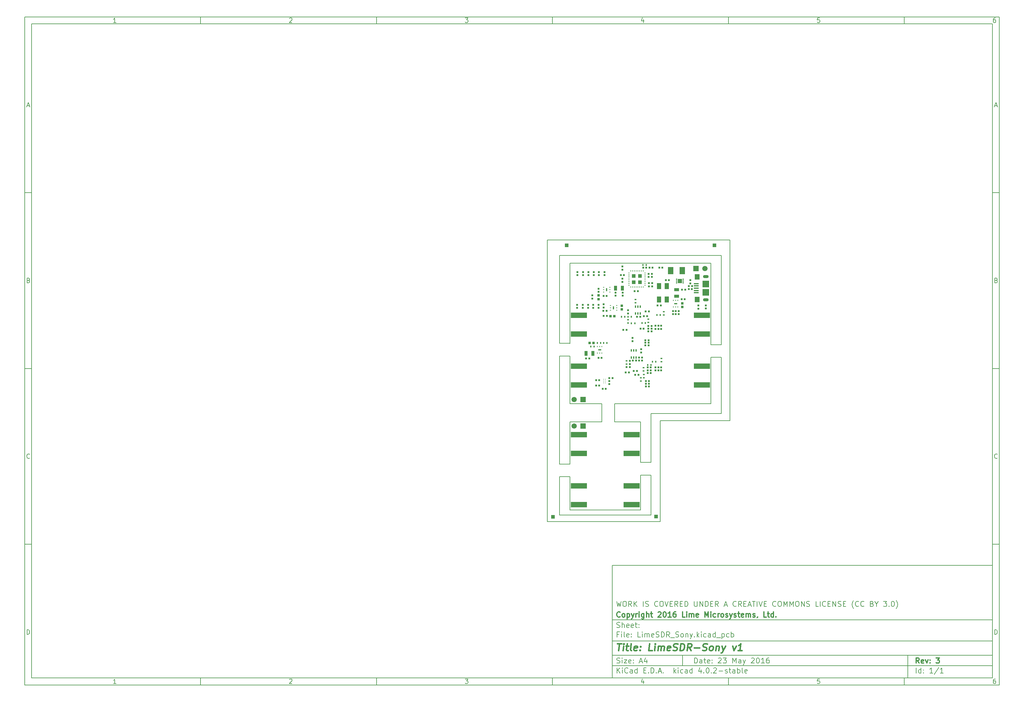
<source format=gbp>
G04 #@! TF.FileFunction,Paste,Bot*
%FSLAX46Y46*%
G04 Gerber Fmt 4.6, Leading zero omitted, Abs format (unit mm)*
G04 Created by KiCad (PCBNEW 4.0.2-stable) date 23/05/2016 22:28:53*
%MOMM*%
G01*
G04 APERTURE LIST*
%ADD10C,0.150000*%
%ADD11C,0.300000*%
%ADD12C,0.400000*%
%ADD13C,0.200000*%
%ADD14R,0.995680X0.995680*%
%ADD15R,4.696460X1.496060*%
%ADD16R,1.399540X0.899160*%
%ADD17R,0.495300X0.495300*%
%ADD18R,0.797560X0.698500*%
%ADD19R,0.698500X0.797560*%
%ADD20R,0.899160X1.399540*%
%ADD21R,0.444500X0.495300*%
%ADD22R,0.495300X0.444500*%
%ADD23R,1.516380X1.516380*%
%ADD24C,1.516380*%
%ADD25R,0.400000X0.800000*%
%ADD26C,0.250000*%
%ADD27R,1.524000X2.032000*%
%ADD28R,0.430000X0.360000*%
%ADD29R,1.150000X1.300000*%
%ADD30R,1.200000X1.800000*%
%ADD31R,0.400000X0.250000*%
%ADD32R,0.250000X0.400000*%
%ADD33R,1.000000X1.000000*%
%ADD34R,1.350000X0.400000*%
%ADD35R,1.400000X1.600000*%
%ADD36O,1.600000X0.900000*%
%ADD37R,1.900000X1.900000*%
%ADD38R,0.160000X0.300000*%
%ADD39R,0.900000X0.400000*%
%ADD40R,0.300000X0.160000*%
%ADD41R,0.400000X0.900000*%
G04 APERTURE END LIST*
D10*
X177002200Y-166007200D02*
X177002200Y-198007200D01*
X285002200Y-198007200D01*
X285002200Y-166007200D01*
X177002200Y-166007200D01*
X10000000Y-10000000D02*
X10000000Y-200007200D01*
X287002200Y-200007200D01*
X287002200Y-10000000D01*
X10000000Y-10000000D01*
X12000000Y-12000000D02*
X12000000Y-198007200D01*
X285002200Y-198007200D01*
X285002200Y-12000000D01*
X12000000Y-12000000D01*
X60000000Y-12000000D02*
X60000000Y-10000000D01*
X110000000Y-12000000D02*
X110000000Y-10000000D01*
X160000000Y-12000000D02*
X160000000Y-10000000D01*
X210000000Y-12000000D02*
X210000000Y-10000000D01*
X260000000Y-12000000D02*
X260000000Y-10000000D01*
X35990476Y-11588095D02*
X35247619Y-11588095D01*
X35619048Y-11588095D02*
X35619048Y-10288095D01*
X35495238Y-10473810D01*
X35371429Y-10597619D01*
X35247619Y-10659524D01*
X85247619Y-10411905D02*
X85309524Y-10350000D01*
X85433333Y-10288095D01*
X85742857Y-10288095D01*
X85866667Y-10350000D01*
X85928571Y-10411905D01*
X85990476Y-10535714D01*
X85990476Y-10659524D01*
X85928571Y-10845238D01*
X85185714Y-11588095D01*
X85990476Y-11588095D01*
X135185714Y-10288095D02*
X135990476Y-10288095D01*
X135557143Y-10783333D01*
X135742857Y-10783333D01*
X135866667Y-10845238D01*
X135928571Y-10907143D01*
X135990476Y-11030952D01*
X135990476Y-11340476D01*
X135928571Y-11464286D01*
X135866667Y-11526190D01*
X135742857Y-11588095D01*
X135371429Y-11588095D01*
X135247619Y-11526190D01*
X135185714Y-11464286D01*
X185866667Y-10721429D02*
X185866667Y-11588095D01*
X185557143Y-10226190D02*
X185247619Y-11154762D01*
X186052381Y-11154762D01*
X235928571Y-10288095D02*
X235309524Y-10288095D01*
X235247619Y-10907143D01*
X235309524Y-10845238D01*
X235433333Y-10783333D01*
X235742857Y-10783333D01*
X235866667Y-10845238D01*
X235928571Y-10907143D01*
X235990476Y-11030952D01*
X235990476Y-11340476D01*
X235928571Y-11464286D01*
X235866667Y-11526190D01*
X235742857Y-11588095D01*
X235433333Y-11588095D01*
X235309524Y-11526190D01*
X235247619Y-11464286D01*
X285866667Y-10288095D02*
X285619048Y-10288095D01*
X285495238Y-10350000D01*
X285433333Y-10411905D01*
X285309524Y-10597619D01*
X285247619Y-10845238D01*
X285247619Y-11340476D01*
X285309524Y-11464286D01*
X285371429Y-11526190D01*
X285495238Y-11588095D01*
X285742857Y-11588095D01*
X285866667Y-11526190D01*
X285928571Y-11464286D01*
X285990476Y-11340476D01*
X285990476Y-11030952D01*
X285928571Y-10907143D01*
X285866667Y-10845238D01*
X285742857Y-10783333D01*
X285495238Y-10783333D01*
X285371429Y-10845238D01*
X285309524Y-10907143D01*
X285247619Y-11030952D01*
X60000000Y-198007200D02*
X60000000Y-200007200D01*
X110000000Y-198007200D02*
X110000000Y-200007200D01*
X160000000Y-198007200D02*
X160000000Y-200007200D01*
X210000000Y-198007200D02*
X210000000Y-200007200D01*
X260000000Y-198007200D02*
X260000000Y-200007200D01*
X35990476Y-199595295D02*
X35247619Y-199595295D01*
X35619048Y-199595295D02*
X35619048Y-198295295D01*
X35495238Y-198481010D01*
X35371429Y-198604819D01*
X35247619Y-198666724D01*
X85247619Y-198419105D02*
X85309524Y-198357200D01*
X85433333Y-198295295D01*
X85742857Y-198295295D01*
X85866667Y-198357200D01*
X85928571Y-198419105D01*
X85990476Y-198542914D01*
X85990476Y-198666724D01*
X85928571Y-198852438D01*
X85185714Y-199595295D01*
X85990476Y-199595295D01*
X135185714Y-198295295D02*
X135990476Y-198295295D01*
X135557143Y-198790533D01*
X135742857Y-198790533D01*
X135866667Y-198852438D01*
X135928571Y-198914343D01*
X135990476Y-199038152D01*
X135990476Y-199347676D01*
X135928571Y-199471486D01*
X135866667Y-199533390D01*
X135742857Y-199595295D01*
X135371429Y-199595295D01*
X135247619Y-199533390D01*
X135185714Y-199471486D01*
X185866667Y-198728629D02*
X185866667Y-199595295D01*
X185557143Y-198233390D02*
X185247619Y-199161962D01*
X186052381Y-199161962D01*
X235928571Y-198295295D02*
X235309524Y-198295295D01*
X235247619Y-198914343D01*
X235309524Y-198852438D01*
X235433333Y-198790533D01*
X235742857Y-198790533D01*
X235866667Y-198852438D01*
X235928571Y-198914343D01*
X235990476Y-199038152D01*
X235990476Y-199347676D01*
X235928571Y-199471486D01*
X235866667Y-199533390D01*
X235742857Y-199595295D01*
X235433333Y-199595295D01*
X235309524Y-199533390D01*
X235247619Y-199471486D01*
X285866667Y-198295295D02*
X285619048Y-198295295D01*
X285495238Y-198357200D01*
X285433333Y-198419105D01*
X285309524Y-198604819D01*
X285247619Y-198852438D01*
X285247619Y-199347676D01*
X285309524Y-199471486D01*
X285371429Y-199533390D01*
X285495238Y-199595295D01*
X285742857Y-199595295D01*
X285866667Y-199533390D01*
X285928571Y-199471486D01*
X285990476Y-199347676D01*
X285990476Y-199038152D01*
X285928571Y-198914343D01*
X285866667Y-198852438D01*
X285742857Y-198790533D01*
X285495238Y-198790533D01*
X285371429Y-198852438D01*
X285309524Y-198914343D01*
X285247619Y-199038152D01*
X10000000Y-60000000D02*
X12000000Y-60000000D01*
X10000000Y-110000000D02*
X12000000Y-110000000D01*
X10000000Y-160000000D02*
X12000000Y-160000000D01*
X10690476Y-35216667D02*
X11309524Y-35216667D01*
X10566667Y-35588095D02*
X11000000Y-34288095D01*
X11433333Y-35588095D01*
X11092857Y-84907143D02*
X11278571Y-84969048D01*
X11340476Y-85030952D01*
X11402381Y-85154762D01*
X11402381Y-85340476D01*
X11340476Y-85464286D01*
X11278571Y-85526190D01*
X11154762Y-85588095D01*
X10659524Y-85588095D01*
X10659524Y-84288095D01*
X11092857Y-84288095D01*
X11216667Y-84350000D01*
X11278571Y-84411905D01*
X11340476Y-84535714D01*
X11340476Y-84659524D01*
X11278571Y-84783333D01*
X11216667Y-84845238D01*
X11092857Y-84907143D01*
X10659524Y-84907143D01*
X11402381Y-135464286D02*
X11340476Y-135526190D01*
X11154762Y-135588095D01*
X11030952Y-135588095D01*
X10845238Y-135526190D01*
X10721429Y-135402381D01*
X10659524Y-135278571D01*
X10597619Y-135030952D01*
X10597619Y-134845238D01*
X10659524Y-134597619D01*
X10721429Y-134473810D01*
X10845238Y-134350000D01*
X11030952Y-134288095D01*
X11154762Y-134288095D01*
X11340476Y-134350000D01*
X11402381Y-134411905D01*
X10659524Y-185588095D02*
X10659524Y-184288095D01*
X10969048Y-184288095D01*
X11154762Y-184350000D01*
X11278571Y-184473810D01*
X11340476Y-184597619D01*
X11402381Y-184845238D01*
X11402381Y-185030952D01*
X11340476Y-185278571D01*
X11278571Y-185402381D01*
X11154762Y-185526190D01*
X10969048Y-185588095D01*
X10659524Y-185588095D01*
X287002200Y-60000000D02*
X285002200Y-60000000D01*
X287002200Y-110000000D02*
X285002200Y-110000000D01*
X287002200Y-160000000D02*
X285002200Y-160000000D01*
X285692676Y-35216667D02*
X286311724Y-35216667D01*
X285568867Y-35588095D02*
X286002200Y-34288095D01*
X286435533Y-35588095D01*
X286095057Y-84907143D02*
X286280771Y-84969048D01*
X286342676Y-85030952D01*
X286404581Y-85154762D01*
X286404581Y-85340476D01*
X286342676Y-85464286D01*
X286280771Y-85526190D01*
X286156962Y-85588095D01*
X285661724Y-85588095D01*
X285661724Y-84288095D01*
X286095057Y-84288095D01*
X286218867Y-84350000D01*
X286280771Y-84411905D01*
X286342676Y-84535714D01*
X286342676Y-84659524D01*
X286280771Y-84783333D01*
X286218867Y-84845238D01*
X286095057Y-84907143D01*
X285661724Y-84907143D01*
X286404581Y-135464286D02*
X286342676Y-135526190D01*
X286156962Y-135588095D01*
X286033152Y-135588095D01*
X285847438Y-135526190D01*
X285723629Y-135402381D01*
X285661724Y-135278571D01*
X285599819Y-135030952D01*
X285599819Y-134845238D01*
X285661724Y-134597619D01*
X285723629Y-134473810D01*
X285847438Y-134350000D01*
X286033152Y-134288095D01*
X286156962Y-134288095D01*
X286342676Y-134350000D01*
X286404581Y-134411905D01*
X285661724Y-185588095D02*
X285661724Y-184288095D01*
X285971248Y-184288095D01*
X286156962Y-184350000D01*
X286280771Y-184473810D01*
X286342676Y-184597619D01*
X286404581Y-184845238D01*
X286404581Y-185030952D01*
X286342676Y-185278571D01*
X286280771Y-185402381D01*
X286156962Y-185526190D01*
X285971248Y-185588095D01*
X285661724Y-185588095D01*
X200359343Y-193785771D02*
X200359343Y-192285771D01*
X200716486Y-192285771D01*
X200930771Y-192357200D01*
X201073629Y-192500057D01*
X201145057Y-192642914D01*
X201216486Y-192928629D01*
X201216486Y-193142914D01*
X201145057Y-193428629D01*
X201073629Y-193571486D01*
X200930771Y-193714343D01*
X200716486Y-193785771D01*
X200359343Y-193785771D01*
X202502200Y-193785771D02*
X202502200Y-193000057D01*
X202430771Y-192857200D01*
X202287914Y-192785771D01*
X202002200Y-192785771D01*
X201859343Y-192857200D01*
X202502200Y-193714343D02*
X202359343Y-193785771D01*
X202002200Y-193785771D01*
X201859343Y-193714343D01*
X201787914Y-193571486D01*
X201787914Y-193428629D01*
X201859343Y-193285771D01*
X202002200Y-193214343D01*
X202359343Y-193214343D01*
X202502200Y-193142914D01*
X203002200Y-192785771D02*
X203573629Y-192785771D01*
X203216486Y-192285771D02*
X203216486Y-193571486D01*
X203287914Y-193714343D01*
X203430772Y-193785771D01*
X203573629Y-193785771D01*
X204645057Y-193714343D02*
X204502200Y-193785771D01*
X204216486Y-193785771D01*
X204073629Y-193714343D01*
X204002200Y-193571486D01*
X204002200Y-193000057D01*
X204073629Y-192857200D01*
X204216486Y-192785771D01*
X204502200Y-192785771D01*
X204645057Y-192857200D01*
X204716486Y-193000057D01*
X204716486Y-193142914D01*
X204002200Y-193285771D01*
X205359343Y-193642914D02*
X205430771Y-193714343D01*
X205359343Y-193785771D01*
X205287914Y-193714343D01*
X205359343Y-193642914D01*
X205359343Y-193785771D01*
X205359343Y-192857200D02*
X205430771Y-192928629D01*
X205359343Y-193000057D01*
X205287914Y-192928629D01*
X205359343Y-192857200D01*
X205359343Y-193000057D01*
X207145057Y-192428629D02*
X207216486Y-192357200D01*
X207359343Y-192285771D01*
X207716486Y-192285771D01*
X207859343Y-192357200D01*
X207930772Y-192428629D01*
X208002200Y-192571486D01*
X208002200Y-192714343D01*
X207930772Y-192928629D01*
X207073629Y-193785771D01*
X208002200Y-193785771D01*
X208502200Y-192285771D02*
X209430771Y-192285771D01*
X208930771Y-192857200D01*
X209145057Y-192857200D01*
X209287914Y-192928629D01*
X209359343Y-193000057D01*
X209430771Y-193142914D01*
X209430771Y-193500057D01*
X209359343Y-193642914D01*
X209287914Y-193714343D01*
X209145057Y-193785771D01*
X208716485Y-193785771D01*
X208573628Y-193714343D01*
X208502200Y-193642914D01*
X211216485Y-193785771D02*
X211216485Y-192285771D01*
X211716485Y-193357200D01*
X212216485Y-192285771D01*
X212216485Y-193785771D01*
X213573628Y-193785771D02*
X213573628Y-193000057D01*
X213502199Y-192857200D01*
X213359342Y-192785771D01*
X213073628Y-192785771D01*
X212930771Y-192857200D01*
X213573628Y-193714343D02*
X213430771Y-193785771D01*
X213073628Y-193785771D01*
X212930771Y-193714343D01*
X212859342Y-193571486D01*
X212859342Y-193428629D01*
X212930771Y-193285771D01*
X213073628Y-193214343D01*
X213430771Y-193214343D01*
X213573628Y-193142914D01*
X214145057Y-192785771D02*
X214502200Y-193785771D01*
X214859342Y-192785771D02*
X214502200Y-193785771D01*
X214359342Y-194142914D01*
X214287914Y-194214343D01*
X214145057Y-194285771D01*
X216502199Y-192428629D02*
X216573628Y-192357200D01*
X216716485Y-192285771D01*
X217073628Y-192285771D01*
X217216485Y-192357200D01*
X217287914Y-192428629D01*
X217359342Y-192571486D01*
X217359342Y-192714343D01*
X217287914Y-192928629D01*
X216430771Y-193785771D01*
X217359342Y-193785771D01*
X218287913Y-192285771D02*
X218430770Y-192285771D01*
X218573627Y-192357200D01*
X218645056Y-192428629D01*
X218716485Y-192571486D01*
X218787913Y-192857200D01*
X218787913Y-193214343D01*
X218716485Y-193500057D01*
X218645056Y-193642914D01*
X218573627Y-193714343D01*
X218430770Y-193785771D01*
X218287913Y-193785771D01*
X218145056Y-193714343D01*
X218073627Y-193642914D01*
X218002199Y-193500057D01*
X217930770Y-193214343D01*
X217930770Y-192857200D01*
X218002199Y-192571486D01*
X218073627Y-192428629D01*
X218145056Y-192357200D01*
X218287913Y-192285771D01*
X220216484Y-193785771D02*
X219359341Y-193785771D01*
X219787913Y-193785771D02*
X219787913Y-192285771D01*
X219645056Y-192500057D01*
X219502198Y-192642914D01*
X219359341Y-192714343D01*
X221502198Y-192285771D02*
X221216484Y-192285771D01*
X221073627Y-192357200D01*
X221002198Y-192428629D01*
X220859341Y-192642914D01*
X220787912Y-192928629D01*
X220787912Y-193500057D01*
X220859341Y-193642914D01*
X220930769Y-193714343D01*
X221073627Y-193785771D01*
X221359341Y-193785771D01*
X221502198Y-193714343D01*
X221573627Y-193642914D01*
X221645055Y-193500057D01*
X221645055Y-193142914D01*
X221573627Y-193000057D01*
X221502198Y-192928629D01*
X221359341Y-192857200D01*
X221073627Y-192857200D01*
X220930769Y-192928629D01*
X220859341Y-193000057D01*
X220787912Y-193142914D01*
X177002200Y-194507200D02*
X285002200Y-194507200D01*
X178359343Y-196585771D02*
X178359343Y-195085771D01*
X179216486Y-196585771D02*
X178573629Y-195728629D01*
X179216486Y-195085771D02*
X178359343Y-195942914D01*
X179859343Y-196585771D02*
X179859343Y-195585771D01*
X179859343Y-195085771D02*
X179787914Y-195157200D01*
X179859343Y-195228629D01*
X179930771Y-195157200D01*
X179859343Y-195085771D01*
X179859343Y-195228629D01*
X181430772Y-196442914D02*
X181359343Y-196514343D01*
X181145057Y-196585771D01*
X181002200Y-196585771D01*
X180787915Y-196514343D01*
X180645057Y-196371486D01*
X180573629Y-196228629D01*
X180502200Y-195942914D01*
X180502200Y-195728629D01*
X180573629Y-195442914D01*
X180645057Y-195300057D01*
X180787915Y-195157200D01*
X181002200Y-195085771D01*
X181145057Y-195085771D01*
X181359343Y-195157200D01*
X181430772Y-195228629D01*
X182716486Y-196585771D02*
X182716486Y-195800057D01*
X182645057Y-195657200D01*
X182502200Y-195585771D01*
X182216486Y-195585771D01*
X182073629Y-195657200D01*
X182716486Y-196514343D02*
X182573629Y-196585771D01*
X182216486Y-196585771D01*
X182073629Y-196514343D01*
X182002200Y-196371486D01*
X182002200Y-196228629D01*
X182073629Y-196085771D01*
X182216486Y-196014343D01*
X182573629Y-196014343D01*
X182716486Y-195942914D01*
X184073629Y-196585771D02*
X184073629Y-195085771D01*
X184073629Y-196514343D02*
X183930772Y-196585771D01*
X183645058Y-196585771D01*
X183502200Y-196514343D01*
X183430772Y-196442914D01*
X183359343Y-196300057D01*
X183359343Y-195871486D01*
X183430772Y-195728629D01*
X183502200Y-195657200D01*
X183645058Y-195585771D01*
X183930772Y-195585771D01*
X184073629Y-195657200D01*
X185930772Y-195800057D02*
X186430772Y-195800057D01*
X186645058Y-196585771D02*
X185930772Y-196585771D01*
X185930772Y-195085771D01*
X186645058Y-195085771D01*
X187287915Y-196442914D02*
X187359343Y-196514343D01*
X187287915Y-196585771D01*
X187216486Y-196514343D01*
X187287915Y-196442914D01*
X187287915Y-196585771D01*
X188002201Y-196585771D02*
X188002201Y-195085771D01*
X188359344Y-195085771D01*
X188573629Y-195157200D01*
X188716487Y-195300057D01*
X188787915Y-195442914D01*
X188859344Y-195728629D01*
X188859344Y-195942914D01*
X188787915Y-196228629D01*
X188716487Y-196371486D01*
X188573629Y-196514343D01*
X188359344Y-196585771D01*
X188002201Y-196585771D01*
X189502201Y-196442914D02*
X189573629Y-196514343D01*
X189502201Y-196585771D01*
X189430772Y-196514343D01*
X189502201Y-196442914D01*
X189502201Y-196585771D01*
X190145058Y-196157200D02*
X190859344Y-196157200D01*
X190002201Y-196585771D02*
X190502201Y-195085771D01*
X191002201Y-196585771D01*
X191502201Y-196442914D02*
X191573629Y-196514343D01*
X191502201Y-196585771D01*
X191430772Y-196514343D01*
X191502201Y-196442914D01*
X191502201Y-196585771D01*
X194502201Y-196585771D02*
X194502201Y-195085771D01*
X194645058Y-196014343D02*
X195073629Y-196585771D01*
X195073629Y-195585771D02*
X194502201Y-196157200D01*
X195716487Y-196585771D02*
X195716487Y-195585771D01*
X195716487Y-195085771D02*
X195645058Y-195157200D01*
X195716487Y-195228629D01*
X195787915Y-195157200D01*
X195716487Y-195085771D01*
X195716487Y-195228629D01*
X197073630Y-196514343D02*
X196930773Y-196585771D01*
X196645059Y-196585771D01*
X196502201Y-196514343D01*
X196430773Y-196442914D01*
X196359344Y-196300057D01*
X196359344Y-195871486D01*
X196430773Y-195728629D01*
X196502201Y-195657200D01*
X196645059Y-195585771D01*
X196930773Y-195585771D01*
X197073630Y-195657200D01*
X198359344Y-196585771D02*
X198359344Y-195800057D01*
X198287915Y-195657200D01*
X198145058Y-195585771D01*
X197859344Y-195585771D01*
X197716487Y-195657200D01*
X198359344Y-196514343D02*
X198216487Y-196585771D01*
X197859344Y-196585771D01*
X197716487Y-196514343D01*
X197645058Y-196371486D01*
X197645058Y-196228629D01*
X197716487Y-196085771D01*
X197859344Y-196014343D01*
X198216487Y-196014343D01*
X198359344Y-195942914D01*
X199716487Y-196585771D02*
X199716487Y-195085771D01*
X199716487Y-196514343D02*
X199573630Y-196585771D01*
X199287916Y-196585771D01*
X199145058Y-196514343D01*
X199073630Y-196442914D01*
X199002201Y-196300057D01*
X199002201Y-195871486D01*
X199073630Y-195728629D01*
X199145058Y-195657200D01*
X199287916Y-195585771D01*
X199573630Y-195585771D01*
X199716487Y-195657200D01*
X202216487Y-195585771D02*
X202216487Y-196585771D01*
X201859344Y-195014343D02*
X201502201Y-196085771D01*
X202430773Y-196085771D01*
X203002201Y-196442914D02*
X203073629Y-196514343D01*
X203002201Y-196585771D01*
X202930772Y-196514343D01*
X203002201Y-196442914D01*
X203002201Y-196585771D01*
X204002201Y-195085771D02*
X204145058Y-195085771D01*
X204287915Y-195157200D01*
X204359344Y-195228629D01*
X204430773Y-195371486D01*
X204502201Y-195657200D01*
X204502201Y-196014343D01*
X204430773Y-196300057D01*
X204359344Y-196442914D01*
X204287915Y-196514343D01*
X204145058Y-196585771D01*
X204002201Y-196585771D01*
X203859344Y-196514343D01*
X203787915Y-196442914D01*
X203716487Y-196300057D01*
X203645058Y-196014343D01*
X203645058Y-195657200D01*
X203716487Y-195371486D01*
X203787915Y-195228629D01*
X203859344Y-195157200D01*
X204002201Y-195085771D01*
X205145058Y-196442914D02*
X205216486Y-196514343D01*
X205145058Y-196585771D01*
X205073629Y-196514343D01*
X205145058Y-196442914D01*
X205145058Y-196585771D01*
X205787915Y-195228629D02*
X205859344Y-195157200D01*
X206002201Y-195085771D01*
X206359344Y-195085771D01*
X206502201Y-195157200D01*
X206573630Y-195228629D01*
X206645058Y-195371486D01*
X206645058Y-195514343D01*
X206573630Y-195728629D01*
X205716487Y-196585771D01*
X206645058Y-196585771D01*
X207287915Y-196014343D02*
X208430772Y-196014343D01*
X209073629Y-196514343D02*
X209216486Y-196585771D01*
X209502201Y-196585771D01*
X209645058Y-196514343D01*
X209716486Y-196371486D01*
X209716486Y-196300057D01*
X209645058Y-196157200D01*
X209502201Y-196085771D01*
X209287915Y-196085771D01*
X209145058Y-196014343D01*
X209073629Y-195871486D01*
X209073629Y-195800057D01*
X209145058Y-195657200D01*
X209287915Y-195585771D01*
X209502201Y-195585771D01*
X209645058Y-195657200D01*
X210145058Y-195585771D02*
X210716487Y-195585771D01*
X210359344Y-195085771D02*
X210359344Y-196371486D01*
X210430772Y-196514343D01*
X210573630Y-196585771D01*
X210716487Y-196585771D01*
X211859344Y-196585771D02*
X211859344Y-195800057D01*
X211787915Y-195657200D01*
X211645058Y-195585771D01*
X211359344Y-195585771D01*
X211216487Y-195657200D01*
X211859344Y-196514343D02*
X211716487Y-196585771D01*
X211359344Y-196585771D01*
X211216487Y-196514343D01*
X211145058Y-196371486D01*
X211145058Y-196228629D01*
X211216487Y-196085771D01*
X211359344Y-196014343D01*
X211716487Y-196014343D01*
X211859344Y-195942914D01*
X212573630Y-196585771D02*
X212573630Y-195085771D01*
X212573630Y-195657200D02*
X212716487Y-195585771D01*
X213002201Y-195585771D01*
X213145058Y-195657200D01*
X213216487Y-195728629D01*
X213287916Y-195871486D01*
X213287916Y-196300057D01*
X213216487Y-196442914D01*
X213145058Y-196514343D01*
X213002201Y-196585771D01*
X212716487Y-196585771D01*
X212573630Y-196514343D01*
X214145059Y-196585771D02*
X214002201Y-196514343D01*
X213930773Y-196371486D01*
X213930773Y-195085771D01*
X215287915Y-196514343D02*
X215145058Y-196585771D01*
X214859344Y-196585771D01*
X214716487Y-196514343D01*
X214645058Y-196371486D01*
X214645058Y-195800057D01*
X214716487Y-195657200D01*
X214859344Y-195585771D01*
X215145058Y-195585771D01*
X215287915Y-195657200D01*
X215359344Y-195800057D01*
X215359344Y-195942914D01*
X214645058Y-196085771D01*
X177002200Y-191507200D02*
X285002200Y-191507200D01*
D11*
X264216486Y-193785771D02*
X263716486Y-193071486D01*
X263359343Y-193785771D02*
X263359343Y-192285771D01*
X263930771Y-192285771D01*
X264073629Y-192357200D01*
X264145057Y-192428629D01*
X264216486Y-192571486D01*
X264216486Y-192785771D01*
X264145057Y-192928629D01*
X264073629Y-193000057D01*
X263930771Y-193071486D01*
X263359343Y-193071486D01*
X265430771Y-193714343D02*
X265287914Y-193785771D01*
X265002200Y-193785771D01*
X264859343Y-193714343D01*
X264787914Y-193571486D01*
X264787914Y-193000057D01*
X264859343Y-192857200D01*
X265002200Y-192785771D01*
X265287914Y-192785771D01*
X265430771Y-192857200D01*
X265502200Y-193000057D01*
X265502200Y-193142914D01*
X264787914Y-193285771D01*
X266002200Y-192785771D02*
X266359343Y-193785771D01*
X266716485Y-192785771D01*
X267287914Y-193642914D02*
X267359342Y-193714343D01*
X267287914Y-193785771D01*
X267216485Y-193714343D01*
X267287914Y-193642914D01*
X267287914Y-193785771D01*
X267287914Y-192857200D02*
X267359342Y-192928629D01*
X267287914Y-193000057D01*
X267216485Y-192928629D01*
X267287914Y-192857200D01*
X267287914Y-193000057D01*
X269002200Y-192285771D02*
X269930771Y-192285771D01*
X269430771Y-192857200D01*
X269645057Y-192857200D01*
X269787914Y-192928629D01*
X269859343Y-193000057D01*
X269930771Y-193142914D01*
X269930771Y-193500057D01*
X269859343Y-193642914D01*
X269787914Y-193714343D01*
X269645057Y-193785771D01*
X269216485Y-193785771D01*
X269073628Y-193714343D01*
X269002200Y-193642914D01*
D10*
X178287914Y-193714343D02*
X178502200Y-193785771D01*
X178859343Y-193785771D01*
X179002200Y-193714343D01*
X179073629Y-193642914D01*
X179145057Y-193500057D01*
X179145057Y-193357200D01*
X179073629Y-193214343D01*
X179002200Y-193142914D01*
X178859343Y-193071486D01*
X178573629Y-193000057D01*
X178430771Y-192928629D01*
X178359343Y-192857200D01*
X178287914Y-192714343D01*
X178287914Y-192571486D01*
X178359343Y-192428629D01*
X178430771Y-192357200D01*
X178573629Y-192285771D01*
X178930771Y-192285771D01*
X179145057Y-192357200D01*
X179787914Y-193785771D02*
X179787914Y-192785771D01*
X179787914Y-192285771D02*
X179716485Y-192357200D01*
X179787914Y-192428629D01*
X179859342Y-192357200D01*
X179787914Y-192285771D01*
X179787914Y-192428629D01*
X180359343Y-192785771D02*
X181145057Y-192785771D01*
X180359343Y-193785771D01*
X181145057Y-193785771D01*
X182287914Y-193714343D02*
X182145057Y-193785771D01*
X181859343Y-193785771D01*
X181716486Y-193714343D01*
X181645057Y-193571486D01*
X181645057Y-193000057D01*
X181716486Y-192857200D01*
X181859343Y-192785771D01*
X182145057Y-192785771D01*
X182287914Y-192857200D01*
X182359343Y-193000057D01*
X182359343Y-193142914D01*
X181645057Y-193285771D01*
X183002200Y-193642914D02*
X183073628Y-193714343D01*
X183002200Y-193785771D01*
X182930771Y-193714343D01*
X183002200Y-193642914D01*
X183002200Y-193785771D01*
X183002200Y-192857200D02*
X183073628Y-192928629D01*
X183002200Y-193000057D01*
X182930771Y-192928629D01*
X183002200Y-192857200D01*
X183002200Y-193000057D01*
X184787914Y-193357200D02*
X185502200Y-193357200D01*
X184645057Y-193785771D02*
X185145057Y-192285771D01*
X185645057Y-193785771D01*
X186787914Y-192785771D02*
X186787914Y-193785771D01*
X186430771Y-192214343D02*
X186073628Y-193285771D01*
X187002200Y-193285771D01*
X263359343Y-196585771D02*
X263359343Y-195085771D01*
X264716486Y-196585771D02*
X264716486Y-195085771D01*
X264716486Y-196514343D02*
X264573629Y-196585771D01*
X264287915Y-196585771D01*
X264145057Y-196514343D01*
X264073629Y-196442914D01*
X264002200Y-196300057D01*
X264002200Y-195871486D01*
X264073629Y-195728629D01*
X264145057Y-195657200D01*
X264287915Y-195585771D01*
X264573629Y-195585771D01*
X264716486Y-195657200D01*
X265430772Y-196442914D02*
X265502200Y-196514343D01*
X265430772Y-196585771D01*
X265359343Y-196514343D01*
X265430772Y-196442914D01*
X265430772Y-196585771D01*
X265430772Y-195657200D02*
X265502200Y-195728629D01*
X265430772Y-195800057D01*
X265359343Y-195728629D01*
X265430772Y-195657200D01*
X265430772Y-195800057D01*
X268073629Y-196585771D02*
X267216486Y-196585771D01*
X267645058Y-196585771D02*
X267645058Y-195085771D01*
X267502201Y-195300057D01*
X267359343Y-195442914D01*
X267216486Y-195514343D01*
X269787914Y-195014343D02*
X268502200Y-196942914D01*
X271073629Y-196585771D02*
X270216486Y-196585771D01*
X270645058Y-196585771D02*
X270645058Y-195085771D01*
X270502201Y-195300057D01*
X270359343Y-195442914D01*
X270216486Y-195514343D01*
X177002200Y-187507200D02*
X285002200Y-187507200D01*
D12*
X178454581Y-188211962D02*
X179597438Y-188211962D01*
X178776010Y-190211962D02*
X179026010Y-188211962D01*
X180014105Y-190211962D02*
X180180771Y-188878629D01*
X180264105Y-188211962D02*
X180156962Y-188307200D01*
X180240295Y-188402438D01*
X180347439Y-188307200D01*
X180264105Y-188211962D01*
X180240295Y-188402438D01*
X180847438Y-188878629D02*
X181609343Y-188878629D01*
X181216486Y-188211962D02*
X181002200Y-189926248D01*
X181073630Y-190116724D01*
X181252201Y-190211962D01*
X181442677Y-190211962D01*
X182395058Y-190211962D02*
X182216487Y-190116724D01*
X182145057Y-189926248D01*
X182359343Y-188211962D01*
X183930772Y-190116724D02*
X183728391Y-190211962D01*
X183347439Y-190211962D01*
X183168867Y-190116724D01*
X183097438Y-189926248D01*
X183192676Y-189164343D01*
X183311724Y-188973867D01*
X183514105Y-188878629D01*
X183895057Y-188878629D01*
X184073629Y-188973867D01*
X184145057Y-189164343D01*
X184121248Y-189354819D01*
X183145057Y-189545295D01*
X184895057Y-190021486D02*
X184978392Y-190116724D01*
X184871248Y-190211962D01*
X184787915Y-190116724D01*
X184895057Y-190021486D01*
X184871248Y-190211962D01*
X185026010Y-188973867D02*
X185109344Y-189069105D01*
X185002200Y-189164343D01*
X184918867Y-189069105D01*
X185026010Y-188973867D01*
X185002200Y-189164343D01*
X188299820Y-190211962D02*
X187347439Y-190211962D01*
X187597439Y-188211962D01*
X188966487Y-190211962D02*
X189133153Y-188878629D01*
X189216487Y-188211962D02*
X189109344Y-188307200D01*
X189192677Y-188402438D01*
X189299821Y-188307200D01*
X189216487Y-188211962D01*
X189192677Y-188402438D01*
X189918868Y-190211962D02*
X190085534Y-188878629D01*
X190061725Y-189069105D02*
X190168869Y-188973867D01*
X190371249Y-188878629D01*
X190656963Y-188878629D01*
X190835535Y-188973867D01*
X190906963Y-189164343D01*
X190776011Y-190211962D01*
X190906963Y-189164343D02*
X191026011Y-188973867D01*
X191228392Y-188878629D01*
X191514106Y-188878629D01*
X191692678Y-188973867D01*
X191764106Y-189164343D01*
X191633154Y-190211962D01*
X193359345Y-190116724D02*
X193156964Y-190211962D01*
X192776012Y-190211962D01*
X192597440Y-190116724D01*
X192526011Y-189926248D01*
X192621249Y-189164343D01*
X192740297Y-188973867D01*
X192942678Y-188878629D01*
X193323630Y-188878629D01*
X193502202Y-188973867D01*
X193573630Y-189164343D01*
X193549821Y-189354819D01*
X192573630Y-189545295D01*
X194216488Y-190116724D02*
X194490298Y-190211962D01*
X194966488Y-190211962D01*
X195168869Y-190116724D01*
X195276011Y-190021486D01*
X195395060Y-189831010D01*
X195418869Y-189640533D01*
X195347440Y-189450057D01*
X195264107Y-189354819D01*
X195085535Y-189259581D01*
X194716488Y-189164343D01*
X194537917Y-189069105D01*
X194454583Y-188973867D01*
X194383154Y-188783390D01*
X194406964Y-188592914D01*
X194526011Y-188402438D01*
X194633155Y-188307200D01*
X194835536Y-188211962D01*
X195311726Y-188211962D01*
X195585536Y-188307200D01*
X196204583Y-190211962D02*
X196454583Y-188211962D01*
X196930774Y-188211962D01*
X197204583Y-188307200D01*
X197371250Y-188497676D01*
X197442679Y-188688152D01*
X197490298Y-189069105D01*
X197454584Y-189354819D01*
X197311727Y-189735771D01*
X197192678Y-189926248D01*
X196978393Y-190116724D01*
X196680774Y-190211962D01*
X196204583Y-190211962D01*
X199347441Y-190211962D02*
X198799821Y-189259581D01*
X198204583Y-190211962D02*
X198454583Y-188211962D01*
X199216488Y-188211962D01*
X199395059Y-188307200D01*
X199478393Y-188402438D01*
X199549822Y-188592914D01*
X199514107Y-188878629D01*
X199395060Y-189069105D01*
X199287916Y-189164343D01*
X199085535Y-189259581D01*
X198323630Y-189259581D01*
X200299821Y-189450057D02*
X201823631Y-189450057D01*
X202597440Y-190116724D02*
X202871250Y-190211962D01*
X203347440Y-190211962D01*
X203549821Y-190116724D01*
X203656963Y-190021486D01*
X203776012Y-189831010D01*
X203799821Y-189640533D01*
X203728392Y-189450057D01*
X203645059Y-189354819D01*
X203466487Y-189259581D01*
X203097440Y-189164343D01*
X202918869Y-189069105D01*
X202835535Y-188973867D01*
X202764106Y-188783390D01*
X202787916Y-188592914D01*
X202906963Y-188402438D01*
X203014107Y-188307200D01*
X203216488Y-188211962D01*
X203692678Y-188211962D01*
X203966488Y-188307200D01*
X204871250Y-190211962D02*
X204692679Y-190116724D01*
X204609344Y-190021486D01*
X204537916Y-189831010D01*
X204609344Y-189259581D01*
X204728392Y-189069105D01*
X204835536Y-188973867D01*
X205037916Y-188878629D01*
X205323630Y-188878629D01*
X205502202Y-188973867D01*
X205585535Y-189069105D01*
X205656963Y-189259581D01*
X205585535Y-189831010D01*
X205466487Y-190021486D01*
X205359345Y-190116724D01*
X205156964Y-190211962D01*
X204871250Y-190211962D01*
X206561725Y-188878629D02*
X206395059Y-190211962D01*
X206537916Y-189069105D02*
X206645060Y-188973867D01*
X206847440Y-188878629D01*
X207133154Y-188878629D01*
X207311726Y-188973867D01*
X207383154Y-189164343D01*
X207252202Y-190211962D01*
X208180773Y-188878629D02*
X208490298Y-190211962D01*
X209133154Y-188878629D02*
X208490298Y-190211962D01*
X208240298Y-190688152D01*
X208133154Y-190783390D01*
X207930773Y-190878629D01*
X211228393Y-188878629D02*
X211537918Y-190211962D01*
X212180774Y-188878629D01*
X213823633Y-190211962D02*
X212680775Y-190211962D01*
X213252204Y-190211962D02*
X213502204Y-188211962D01*
X213276014Y-188497676D01*
X213061728Y-188688152D01*
X212859346Y-188783390D01*
D10*
X178859343Y-185600057D02*
X178359343Y-185600057D01*
X178359343Y-186385771D02*
X178359343Y-184885771D01*
X179073629Y-184885771D01*
X179645057Y-186385771D02*
X179645057Y-185385771D01*
X179645057Y-184885771D02*
X179573628Y-184957200D01*
X179645057Y-185028629D01*
X179716485Y-184957200D01*
X179645057Y-184885771D01*
X179645057Y-185028629D01*
X180573629Y-186385771D02*
X180430771Y-186314343D01*
X180359343Y-186171486D01*
X180359343Y-184885771D01*
X181716485Y-186314343D02*
X181573628Y-186385771D01*
X181287914Y-186385771D01*
X181145057Y-186314343D01*
X181073628Y-186171486D01*
X181073628Y-185600057D01*
X181145057Y-185457200D01*
X181287914Y-185385771D01*
X181573628Y-185385771D01*
X181716485Y-185457200D01*
X181787914Y-185600057D01*
X181787914Y-185742914D01*
X181073628Y-185885771D01*
X182430771Y-186242914D02*
X182502199Y-186314343D01*
X182430771Y-186385771D01*
X182359342Y-186314343D01*
X182430771Y-186242914D01*
X182430771Y-186385771D01*
X182430771Y-185457200D02*
X182502199Y-185528629D01*
X182430771Y-185600057D01*
X182359342Y-185528629D01*
X182430771Y-185457200D01*
X182430771Y-185600057D01*
X185002200Y-186385771D02*
X184287914Y-186385771D01*
X184287914Y-184885771D01*
X185502200Y-186385771D02*
X185502200Y-185385771D01*
X185502200Y-184885771D02*
X185430771Y-184957200D01*
X185502200Y-185028629D01*
X185573628Y-184957200D01*
X185502200Y-184885771D01*
X185502200Y-185028629D01*
X186216486Y-186385771D02*
X186216486Y-185385771D01*
X186216486Y-185528629D02*
X186287914Y-185457200D01*
X186430772Y-185385771D01*
X186645057Y-185385771D01*
X186787914Y-185457200D01*
X186859343Y-185600057D01*
X186859343Y-186385771D01*
X186859343Y-185600057D02*
X186930772Y-185457200D01*
X187073629Y-185385771D01*
X187287914Y-185385771D01*
X187430772Y-185457200D01*
X187502200Y-185600057D01*
X187502200Y-186385771D01*
X188787914Y-186314343D02*
X188645057Y-186385771D01*
X188359343Y-186385771D01*
X188216486Y-186314343D01*
X188145057Y-186171486D01*
X188145057Y-185600057D01*
X188216486Y-185457200D01*
X188359343Y-185385771D01*
X188645057Y-185385771D01*
X188787914Y-185457200D01*
X188859343Y-185600057D01*
X188859343Y-185742914D01*
X188145057Y-185885771D01*
X189430771Y-186314343D02*
X189645057Y-186385771D01*
X190002200Y-186385771D01*
X190145057Y-186314343D01*
X190216486Y-186242914D01*
X190287914Y-186100057D01*
X190287914Y-185957200D01*
X190216486Y-185814343D01*
X190145057Y-185742914D01*
X190002200Y-185671486D01*
X189716486Y-185600057D01*
X189573628Y-185528629D01*
X189502200Y-185457200D01*
X189430771Y-185314343D01*
X189430771Y-185171486D01*
X189502200Y-185028629D01*
X189573628Y-184957200D01*
X189716486Y-184885771D01*
X190073628Y-184885771D01*
X190287914Y-184957200D01*
X190930771Y-186385771D02*
X190930771Y-184885771D01*
X191287914Y-184885771D01*
X191502199Y-184957200D01*
X191645057Y-185100057D01*
X191716485Y-185242914D01*
X191787914Y-185528629D01*
X191787914Y-185742914D01*
X191716485Y-186028629D01*
X191645057Y-186171486D01*
X191502199Y-186314343D01*
X191287914Y-186385771D01*
X190930771Y-186385771D01*
X193287914Y-186385771D02*
X192787914Y-185671486D01*
X192430771Y-186385771D02*
X192430771Y-184885771D01*
X193002199Y-184885771D01*
X193145057Y-184957200D01*
X193216485Y-185028629D01*
X193287914Y-185171486D01*
X193287914Y-185385771D01*
X193216485Y-185528629D01*
X193145057Y-185600057D01*
X193002199Y-185671486D01*
X192430771Y-185671486D01*
X193573628Y-186528629D02*
X194716485Y-186528629D01*
X195002199Y-186314343D02*
X195216485Y-186385771D01*
X195573628Y-186385771D01*
X195716485Y-186314343D01*
X195787914Y-186242914D01*
X195859342Y-186100057D01*
X195859342Y-185957200D01*
X195787914Y-185814343D01*
X195716485Y-185742914D01*
X195573628Y-185671486D01*
X195287914Y-185600057D01*
X195145056Y-185528629D01*
X195073628Y-185457200D01*
X195002199Y-185314343D01*
X195002199Y-185171486D01*
X195073628Y-185028629D01*
X195145056Y-184957200D01*
X195287914Y-184885771D01*
X195645056Y-184885771D01*
X195859342Y-184957200D01*
X196716485Y-186385771D02*
X196573627Y-186314343D01*
X196502199Y-186242914D01*
X196430770Y-186100057D01*
X196430770Y-185671486D01*
X196502199Y-185528629D01*
X196573627Y-185457200D01*
X196716485Y-185385771D01*
X196930770Y-185385771D01*
X197073627Y-185457200D01*
X197145056Y-185528629D01*
X197216485Y-185671486D01*
X197216485Y-186100057D01*
X197145056Y-186242914D01*
X197073627Y-186314343D01*
X196930770Y-186385771D01*
X196716485Y-186385771D01*
X197859342Y-185385771D02*
X197859342Y-186385771D01*
X197859342Y-185528629D02*
X197930770Y-185457200D01*
X198073628Y-185385771D01*
X198287913Y-185385771D01*
X198430770Y-185457200D01*
X198502199Y-185600057D01*
X198502199Y-186385771D01*
X199073628Y-185385771D02*
X199430771Y-186385771D01*
X199787913Y-185385771D02*
X199430771Y-186385771D01*
X199287913Y-186742914D01*
X199216485Y-186814343D01*
X199073628Y-186885771D01*
X200359342Y-186242914D02*
X200430770Y-186314343D01*
X200359342Y-186385771D01*
X200287913Y-186314343D01*
X200359342Y-186242914D01*
X200359342Y-186385771D01*
X201073628Y-186385771D02*
X201073628Y-184885771D01*
X201216485Y-185814343D02*
X201645056Y-186385771D01*
X201645056Y-185385771D02*
X201073628Y-185957200D01*
X202287914Y-186385771D02*
X202287914Y-185385771D01*
X202287914Y-184885771D02*
X202216485Y-184957200D01*
X202287914Y-185028629D01*
X202359342Y-184957200D01*
X202287914Y-184885771D01*
X202287914Y-185028629D01*
X203645057Y-186314343D02*
X203502200Y-186385771D01*
X203216486Y-186385771D01*
X203073628Y-186314343D01*
X203002200Y-186242914D01*
X202930771Y-186100057D01*
X202930771Y-185671486D01*
X203002200Y-185528629D01*
X203073628Y-185457200D01*
X203216486Y-185385771D01*
X203502200Y-185385771D01*
X203645057Y-185457200D01*
X204930771Y-186385771D02*
X204930771Y-185600057D01*
X204859342Y-185457200D01*
X204716485Y-185385771D01*
X204430771Y-185385771D01*
X204287914Y-185457200D01*
X204930771Y-186314343D02*
X204787914Y-186385771D01*
X204430771Y-186385771D01*
X204287914Y-186314343D01*
X204216485Y-186171486D01*
X204216485Y-186028629D01*
X204287914Y-185885771D01*
X204430771Y-185814343D01*
X204787914Y-185814343D01*
X204930771Y-185742914D01*
X206287914Y-186385771D02*
X206287914Y-184885771D01*
X206287914Y-186314343D02*
X206145057Y-186385771D01*
X205859343Y-186385771D01*
X205716485Y-186314343D01*
X205645057Y-186242914D01*
X205573628Y-186100057D01*
X205573628Y-185671486D01*
X205645057Y-185528629D01*
X205716485Y-185457200D01*
X205859343Y-185385771D01*
X206145057Y-185385771D01*
X206287914Y-185457200D01*
X206645057Y-186528629D02*
X207787914Y-186528629D01*
X208145057Y-185385771D02*
X208145057Y-186885771D01*
X208145057Y-185457200D02*
X208287914Y-185385771D01*
X208573628Y-185385771D01*
X208716485Y-185457200D01*
X208787914Y-185528629D01*
X208859343Y-185671486D01*
X208859343Y-186100057D01*
X208787914Y-186242914D01*
X208716485Y-186314343D01*
X208573628Y-186385771D01*
X208287914Y-186385771D01*
X208145057Y-186314343D01*
X210145057Y-186314343D02*
X210002200Y-186385771D01*
X209716486Y-186385771D01*
X209573628Y-186314343D01*
X209502200Y-186242914D01*
X209430771Y-186100057D01*
X209430771Y-185671486D01*
X209502200Y-185528629D01*
X209573628Y-185457200D01*
X209716486Y-185385771D01*
X210002200Y-185385771D01*
X210145057Y-185457200D01*
X210787914Y-186385771D02*
X210787914Y-184885771D01*
X210787914Y-185457200D02*
X210930771Y-185385771D01*
X211216485Y-185385771D01*
X211359342Y-185457200D01*
X211430771Y-185528629D01*
X211502200Y-185671486D01*
X211502200Y-186100057D01*
X211430771Y-186242914D01*
X211359342Y-186314343D01*
X211216485Y-186385771D01*
X210930771Y-186385771D01*
X210787914Y-186314343D01*
X177002200Y-181507200D02*
X285002200Y-181507200D01*
X178287914Y-183614343D02*
X178502200Y-183685771D01*
X178859343Y-183685771D01*
X179002200Y-183614343D01*
X179073629Y-183542914D01*
X179145057Y-183400057D01*
X179145057Y-183257200D01*
X179073629Y-183114343D01*
X179002200Y-183042914D01*
X178859343Y-182971486D01*
X178573629Y-182900057D01*
X178430771Y-182828629D01*
X178359343Y-182757200D01*
X178287914Y-182614343D01*
X178287914Y-182471486D01*
X178359343Y-182328629D01*
X178430771Y-182257200D01*
X178573629Y-182185771D01*
X178930771Y-182185771D01*
X179145057Y-182257200D01*
X179787914Y-183685771D02*
X179787914Y-182185771D01*
X180430771Y-183685771D02*
X180430771Y-182900057D01*
X180359342Y-182757200D01*
X180216485Y-182685771D01*
X180002200Y-182685771D01*
X179859342Y-182757200D01*
X179787914Y-182828629D01*
X181716485Y-183614343D02*
X181573628Y-183685771D01*
X181287914Y-183685771D01*
X181145057Y-183614343D01*
X181073628Y-183471486D01*
X181073628Y-182900057D01*
X181145057Y-182757200D01*
X181287914Y-182685771D01*
X181573628Y-182685771D01*
X181716485Y-182757200D01*
X181787914Y-182900057D01*
X181787914Y-183042914D01*
X181073628Y-183185771D01*
X183002199Y-183614343D02*
X182859342Y-183685771D01*
X182573628Y-183685771D01*
X182430771Y-183614343D01*
X182359342Y-183471486D01*
X182359342Y-182900057D01*
X182430771Y-182757200D01*
X182573628Y-182685771D01*
X182859342Y-182685771D01*
X183002199Y-182757200D01*
X183073628Y-182900057D01*
X183073628Y-183042914D01*
X182359342Y-183185771D01*
X183502199Y-182685771D02*
X184073628Y-182685771D01*
X183716485Y-182185771D02*
X183716485Y-183471486D01*
X183787913Y-183614343D01*
X183930771Y-183685771D01*
X184073628Y-183685771D01*
X184573628Y-183542914D02*
X184645056Y-183614343D01*
X184573628Y-183685771D01*
X184502199Y-183614343D01*
X184573628Y-183542914D01*
X184573628Y-183685771D01*
X184573628Y-182757200D02*
X184645056Y-182828629D01*
X184573628Y-182900057D01*
X184502199Y-182828629D01*
X184573628Y-182757200D01*
X184573628Y-182900057D01*
D11*
X179216486Y-180542914D02*
X179145057Y-180614343D01*
X178930771Y-180685771D01*
X178787914Y-180685771D01*
X178573629Y-180614343D01*
X178430771Y-180471486D01*
X178359343Y-180328629D01*
X178287914Y-180042914D01*
X178287914Y-179828629D01*
X178359343Y-179542914D01*
X178430771Y-179400057D01*
X178573629Y-179257200D01*
X178787914Y-179185771D01*
X178930771Y-179185771D01*
X179145057Y-179257200D01*
X179216486Y-179328629D01*
X180073629Y-180685771D02*
X179930771Y-180614343D01*
X179859343Y-180542914D01*
X179787914Y-180400057D01*
X179787914Y-179971486D01*
X179859343Y-179828629D01*
X179930771Y-179757200D01*
X180073629Y-179685771D01*
X180287914Y-179685771D01*
X180430771Y-179757200D01*
X180502200Y-179828629D01*
X180573629Y-179971486D01*
X180573629Y-180400057D01*
X180502200Y-180542914D01*
X180430771Y-180614343D01*
X180287914Y-180685771D01*
X180073629Y-180685771D01*
X181216486Y-179685771D02*
X181216486Y-181185771D01*
X181216486Y-179757200D02*
X181359343Y-179685771D01*
X181645057Y-179685771D01*
X181787914Y-179757200D01*
X181859343Y-179828629D01*
X181930772Y-179971486D01*
X181930772Y-180400057D01*
X181859343Y-180542914D01*
X181787914Y-180614343D01*
X181645057Y-180685771D01*
X181359343Y-180685771D01*
X181216486Y-180614343D01*
X182430772Y-179685771D02*
X182787915Y-180685771D01*
X183145057Y-179685771D02*
X182787915Y-180685771D01*
X182645057Y-181042914D01*
X182573629Y-181114343D01*
X182430772Y-181185771D01*
X183716486Y-180685771D02*
X183716486Y-179685771D01*
X183716486Y-179971486D02*
X183787914Y-179828629D01*
X183859343Y-179757200D01*
X184002200Y-179685771D01*
X184145057Y-179685771D01*
X184645057Y-180685771D02*
X184645057Y-179685771D01*
X184645057Y-179185771D02*
X184573628Y-179257200D01*
X184645057Y-179328629D01*
X184716485Y-179257200D01*
X184645057Y-179185771D01*
X184645057Y-179328629D01*
X186002200Y-179685771D02*
X186002200Y-180900057D01*
X185930771Y-181042914D01*
X185859343Y-181114343D01*
X185716486Y-181185771D01*
X185502200Y-181185771D01*
X185359343Y-181114343D01*
X186002200Y-180614343D02*
X185859343Y-180685771D01*
X185573629Y-180685771D01*
X185430771Y-180614343D01*
X185359343Y-180542914D01*
X185287914Y-180400057D01*
X185287914Y-179971486D01*
X185359343Y-179828629D01*
X185430771Y-179757200D01*
X185573629Y-179685771D01*
X185859343Y-179685771D01*
X186002200Y-179757200D01*
X186716486Y-180685771D02*
X186716486Y-179185771D01*
X187359343Y-180685771D02*
X187359343Y-179900057D01*
X187287914Y-179757200D01*
X187145057Y-179685771D01*
X186930772Y-179685771D01*
X186787914Y-179757200D01*
X186716486Y-179828629D01*
X187859343Y-179685771D02*
X188430772Y-179685771D01*
X188073629Y-179185771D02*
X188073629Y-180471486D01*
X188145057Y-180614343D01*
X188287915Y-180685771D01*
X188430772Y-180685771D01*
X190002200Y-179328629D02*
X190073629Y-179257200D01*
X190216486Y-179185771D01*
X190573629Y-179185771D01*
X190716486Y-179257200D01*
X190787915Y-179328629D01*
X190859343Y-179471486D01*
X190859343Y-179614343D01*
X190787915Y-179828629D01*
X189930772Y-180685771D01*
X190859343Y-180685771D01*
X191787914Y-179185771D02*
X191930771Y-179185771D01*
X192073628Y-179257200D01*
X192145057Y-179328629D01*
X192216486Y-179471486D01*
X192287914Y-179757200D01*
X192287914Y-180114343D01*
X192216486Y-180400057D01*
X192145057Y-180542914D01*
X192073628Y-180614343D01*
X191930771Y-180685771D01*
X191787914Y-180685771D01*
X191645057Y-180614343D01*
X191573628Y-180542914D01*
X191502200Y-180400057D01*
X191430771Y-180114343D01*
X191430771Y-179757200D01*
X191502200Y-179471486D01*
X191573628Y-179328629D01*
X191645057Y-179257200D01*
X191787914Y-179185771D01*
X193716485Y-180685771D02*
X192859342Y-180685771D01*
X193287914Y-180685771D02*
X193287914Y-179185771D01*
X193145057Y-179400057D01*
X193002199Y-179542914D01*
X192859342Y-179614343D01*
X195002199Y-179185771D02*
X194716485Y-179185771D01*
X194573628Y-179257200D01*
X194502199Y-179328629D01*
X194359342Y-179542914D01*
X194287913Y-179828629D01*
X194287913Y-180400057D01*
X194359342Y-180542914D01*
X194430770Y-180614343D01*
X194573628Y-180685771D01*
X194859342Y-180685771D01*
X195002199Y-180614343D01*
X195073628Y-180542914D01*
X195145056Y-180400057D01*
X195145056Y-180042914D01*
X195073628Y-179900057D01*
X195002199Y-179828629D01*
X194859342Y-179757200D01*
X194573628Y-179757200D01*
X194430770Y-179828629D01*
X194359342Y-179900057D01*
X194287913Y-180042914D01*
X197645056Y-180685771D02*
X196930770Y-180685771D01*
X196930770Y-179185771D01*
X198145056Y-180685771D02*
X198145056Y-179685771D01*
X198145056Y-179185771D02*
X198073627Y-179257200D01*
X198145056Y-179328629D01*
X198216484Y-179257200D01*
X198145056Y-179185771D01*
X198145056Y-179328629D01*
X198859342Y-180685771D02*
X198859342Y-179685771D01*
X198859342Y-179828629D02*
X198930770Y-179757200D01*
X199073628Y-179685771D01*
X199287913Y-179685771D01*
X199430770Y-179757200D01*
X199502199Y-179900057D01*
X199502199Y-180685771D01*
X199502199Y-179900057D02*
X199573628Y-179757200D01*
X199716485Y-179685771D01*
X199930770Y-179685771D01*
X200073628Y-179757200D01*
X200145056Y-179900057D01*
X200145056Y-180685771D01*
X201430770Y-180614343D02*
X201287913Y-180685771D01*
X201002199Y-180685771D01*
X200859342Y-180614343D01*
X200787913Y-180471486D01*
X200787913Y-179900057D01*
X200859342Y-179757200D01*
X201002199Y-179685771D01*
X201287913Y-179685771D01*
X201430770Y-179757200D01*
X201502199Y-179900057D01*
X201502199Y-180042914D01*
X200787913Y-180185771D01*
X203287913Y-180685771D02*
X203287913Y-179185771D01*
X203787913Y-180257200D01*
X204287913Y-179185771D01*
X204287913Y-180685771D01*
X205002199Y-180685771D02*
X205002199Y-179685771D01*
X205002199Y-179185771D02*
X204930770Y-179257200D01*
X205002199Y-179328629D01*
X205073627Y-179257200D01*
X205002199Y-179185771D01*
X205002199Y-179328629D01*
X206359342Y-180614343D02*
X206216485Y-180685771D01*
X205930771Y-180685771D01*
X205787913Y-180614343D01*
X205716485Y-180542914D01*
X205645056Y-180400057D01*
X205645056Y-179971486D01*
X205716485Y-179828629D01*
X205787913Y-179757200D01*
X205930771Y-179685771D01*
X206216485Y-179685771D01*
X206359342Y-179757200D01*
X207002199Y-180685771D02*
X207002199Y-179685771D01*
X207002199Y-179971486D02*
X207073627Y-179828629D01*
X207145056Y-179757200D01*
X207287913Y-179685771D01*
X207430770Y-179685771D01*
X208145056Y-180685771D02*
X208002198Y-180614343D01*
X207930770Y-180542914D01*
X207859341Y-180400057D01*
X207859341Y-179971486D01*
X207930770Y-179828629D01*
X208002198Y-179757200D01*
X208145056Y-179685771D01*
X208359341Y-179685771D01*
X208502198Y-179757200D01*
X208573627Y-179828629D01*
X208645056Y-179971486D01*
X208645056Y-180400057D01*
X208573627Y-180542914D01*
X208502198Y-180614343D01*
X208359341Y-180685771D01*
X208145056Y-180685771D01*
X209216484Y-180614343D02*
X209359341Y-180685771D01*
X209645056Y-180685771D01*
X209787913Y-180614343D01*
X209859341Y-180471486D01*
X209859341Y-180400057D01*
X209787913Y-180257200D01*
X209645056Y-180185771D01*
X209430770Y-180185771D01*
X209287913Y-180114343D01*
X209216484Y-179971486D01*
X209216484Y-179900057D01*
X209287913Y-179757200D01*
X209430770Y-179685771D01*
X209645056Y-179685771D01*
X209787913Y-179757200D01*
X210359342Y-179685771D02*
X210716485Y-180685771D01*
X211073627Y-179685771D02*
X210716485Y-180685771D01*
X210573627Y-181042914D01*
X210502199Y-181114343D01*
X210359342Y-181185771D01*
X211573627Y-180614343D02*
X211716484Y-180685771D01*
X212002199Y-180685771D01*
X212145056Y-180614343D01*
X212216484Y-180471486D01*
X212216484Y-180400057D01*
X212145056Y-180257200D01*
X212002199Y-180185771D01*
X211787913Y-180185771D01*
X211645056Y-180114343D01*
X211573627Y-179971486D01*
X211573627Y-179900057D01*
X211645056Y-179757200D01*
X211787913Y-179685771D01*
X212002199Y-179685771D01*
X212145056Y-179757200D01*
X212645056Y-179685771D02*
X213216485Y-179685771D01*
X212859342Y-179185771D02*
X212859342Y-180471486D01*
X212930770Y-180614343D01*
X213073628Y-180685771D01*
X213216485Y-180685771D01*
X214287913Y-180614343D02*
X214145056Y-180685771D01*
X213859342Y-180685771D01*
X213716485Y-180614343D01*
X213645056Y-180471486D01*
X213645056Y-179900057D01*
X213716485Y-179757200D01*
X213859342Y-179685771D01*
X214145056Y-179685771D01*
X214287913Y-179757200D01*
X214359342Y-179900057D01*
X214359342Y-180042914D01*
X213645056Y-180185771D01*
X215002199Y-180685771D02*
X215002199Y-179685771D01*
X215002199Y-179828629D02*
X215073627Y-179757200D01*
X215216485Y-179685771D01*
X215430770Y-179685771D01*
X215573627Y-179757200D01*
X215645056Y-179900057D01*
X215645056Y-180685771D01*
X215645056Y-179900057D02*
X215716485Y-179757200D01*
X215859342Y-179685771D01*
X216073627Y-179685771D01*
X216216485Y-179757200D01*
X216287913Y-179900057D01*
X216287913Y-180685771D01*
X216930770Y-180614343D02*
X217073627Y-180685771D01*
X217359342Y-180685771D01*
X217502199Y-180614343D01*
X217573627Y-180471486D01*
X217573627Y-180400057D01*
X217502199Y-180257200D01*
X217359342Y-180185771D01*
X217145056Y-180185771D01*
X217002199Y-180114343D01*
X216930770Y-179971486D01*
X216930770Y-179900057D01*
X217002199Y-179757200D01*
X217145056Y-179685771D01*
X217359342Y-179685771D01*
X217502199Y-179757200D01*
X218287913Y-180614343D02*
X218287913Y-180685771D01*
X218216485Y-180828629D01*
X218145056Y-180900057D01*
X220787914Y-180685771D02*
X220073628Y-180685771D01*
X220073628Y-179185771D01*
X221073628Y-179685771D02*
X221645057Y-179685771D01*
X221287914Y-179185771D02*
X221287914Y-180471486D01*
X221359342Y-180614343D01*
X221502200Y-180685771D01*
X221645057Y-180685771D01*
X222787914Y-180685771D02*
X222787914Y-179185771D01*
X222787914Y-180614343D02*
X222645057Y-180685771D01*
X222359343Y-180685771D01*
X222216485Y-180614343D01*
X222145057Y-180542914D01*
X222073628Y-180400057D01*
X222073628Y-179971486D01*
X222145057Y-179828629D01*
X222216485Y-179757200D01*
X222359343Y-179685771D01*
X222645057Y-179685771D01*
X222787914Y-179757200D01*
X223502200Y-180542914D02*
X223573628Y-180614343D01*
X223502200Y-180685771D01*
X223430771Y-180614343D01*
X223502200Y-180542914D01*
X223502200Y-180685771D01*
D10*
X178216486Y-176185771D02*
X178573629Y-177685771D01*
X178859343Y-176614343D01*
X179145057Y-177685771D01*
X179502200Y-176185771D01*
X180359343Y-176185771D02*
X180645057Y-176185771D01*
X180787915Y-176257200D01*
X180930772Y-176400057D01*
X181002200Y-176685771D01*
X181002200Y-177185771D01*
X180930772Y-177471486D01*
X180787915Y-177614343D01*
X180645057Y-177685771D01*
X180359343Y-177685771D01*
X180216486Y-177614343D01*
X180073629Y-177471486D01*
X180002200Y-177185771D01*
X180002200Y-176685771D01*
X180073629Y-176400057D01*
X180216486Y-176257200D01*
X180359343Y-176185771D01*
X182502201Y-177685771D02*
X182002201Y-176971486D01*
X181645058Y-177685771D02*
X181645058Y-176185771D01*
X182216486Y-176185771D01*
X182359344Y-176257200D01*
X182430772Y-176328629D01*
X182502201Y-176471486D01*
X182502201Y-176685771D01*
X182430772Y-176828629D01*
X182359344Y-176900057D01*
X182216486Y-176971486D01*
X181645058Y-176971486D01*
X183145058Y-177685771D02*
X183145058Y-176185771D01*
X184002201Y-177685771D02*
X183359344Y-176828629D01*
X184002201Y-176185771D02*
X183145058Y-177042914D01*
X185787915Y-177685771D02*
X185787915Y-176185771D01*
X186430772Y-177614343D02*
X186645058Y-177685771D01*
X187002201Y-177685771D01*
X187145058Y-177614343D01*
X187216487Y-177542914D01*
X187287915Y-177400057D01*
X187287915Y-177257200D01*
X187216487Y-177114343D01*
X187145058Y-177042914D01*
X187002201Y-176971486D01*
X186716487Y-176900057D01*
X186573629Y-176828629D01*
X186502201Y-176757200D01*
X186430772Y-176614343D01*
X186430772Y-176471486D01*
X186502201Y-176328629D01*
X186573629Y-176257200D01*
X186716487Y-176185771D01*
X187073629Y-176185771D01*
X187287915Y-176257200D01*
X189930772Y-177542914D02*
X189859343Y-177614343D01*
X189645057Y-177685771D01*
X189502200Y-177685771D01*
X189287915Y-177614343D01*
X189145057Y-177471486D01*
X189073629Y-177328629D01*
X189002200Y-177042914D01*
X189002200Y-176828629D01*
X189073629Y-176542914D01*
X189145057Y-176400057D01*
X189287915Y-176257200D01*
X189502200Y-176185771D01*
X189645057Y-176185771D01*
X189859343Y-176257200D01*
X189930772Y-176328629D01*
X190859343Y-176185771D02*
X191145057Y-176185771D01*
X191287915Y-176257200D01*
X191430772Y-176400057D01*
X191502200Y-176685771D01*
X191502200Y-177185771D01*
X191430772Y-177471486D01*
X191287915Y-177614343D01*
X191145057Y-177685771D01*
X190859343Y-177685771D01*
X190716486Y-177614343D01*
X190573629Y-177471486D01*
X190502200Y-177185771D01*
X190502200Y-176685771D01*
X190573629Y-176400057D01*
X190716486Y-176257200D01*
X190859343Y-176185771D01*
X191930772Y-176185771D02*
X192430772Y-177685771D01*
X192930772Y-176185771D01*
X193430772Y-176900057D02*
X193930772Y-176900057D01*
X194145058Y-177685771D02*
X193430772Y-177685771D01*
X193430772Y-176185771D01*
X194145058Y-176185771D01*
X195645058Y-177685771D02*
X195145058Y-176971486D01*
X194787915Y-177685771D02*
X194787915Y-176185771D01*
X195359343Y-176185771D01*
X195502201Y-176257200D01*
X195573629Y-176328629D01*
X195645058Y-176471486D01*
X195645058Y-176685771D01*
X195573629Y-176828629D01*
X195502201Y-176900057D01*
X195359343Y-176971486D01*
X194787915Y-176971486D01*
X196287915Y-176900057D02*
X196787915Y-176900057D01*
X197002201Y-177685771D02*
X196287915Y-177685771D01*
X196287915Y-176185771D01*
X197002201Y-176185771D01*
X197645058Y-177685771D02*
X197645058Y-176185771D01*
X198002201Y-176185771D01*
X198216486Y-176257200D01*
X198359344Y-176400057D01*
X198430772Y-176542914D01*
X198502201Y-176828629D01*
X198502201Y-177042914D01*
X198430772Y-177328629D01*
X198359344Y-177471486D01*
X198216486Y-177614343D01*
X198002201Y-177685771D01*
X197645058Y-177685771D01*
X200287915Y-176185771D02*
X200287915Y-177400057D01*
X200359343Y-177542914D01*
X200430772Y-177614343D01*
X200573629Y-177685771D01*
X200859343Y-177685771D01*
X201002201Y-177614343D01*
X201073629Y-177542914D01*
X201145058Y-177400057D01*
X201145058Y-176185771D01*
X201859344Y-177685771D02*
X201859344Y-176185771D01*
X202716487Y-177685771D01*
X202716487Y-176185771D01*
X203430773Y-177685771D02*
X203430773Y-176185771D01*
X203787916Y-176185771D01*
X204002201Y-176257200D01*
X204145059Y-176400057D01*
X204216487Y-176542914D01*
X204287916Y-176828629D01*
X204287916Y-177042914D01*
X204216487Y-177328629D01*
X204145059Y-177471486D01*
X204002201Y-177614343D01*
X203787916Y-177685771D01*
X203430773Y-177685771D01*
X204930773Y-176900057D02*
X205430773Y-176900057D01*
X205645059Y-177685771D02*
X204930773Y-177685771D01*
X204930773Y-176185771D01*
X205645059Y-176185771D01*
X207145059Y-177685771D02*
X206645059Y-176971486D01*
X206287916Y-177685771D02*
X206287916Y-176185771D01*
X206859344Y-176185771D01*
X207002202Y-176257200D01*
X207073630Y-176328629D01*
X207145059Y-176471486D01*
X207145059Y-176685771D01*
X207073630Y-176828629D01*
X207002202Y-176900057D01*
X206859344Y-176971486D01*
X206287916Y-176971486D01*
X208859344Y-177257200D02*
X209573630Y-177257200D01*
X208716487Y-177685771D02*
X209216487Y-176185771D01*
X209716487Y-177685771D01*
X212216487Y-177542914D02*
X212145058Y-177614343D01*
X211930772Y-177685771D01*
X211787915Y-177685771D01*
X211573630Y-177614343D01*
X211430772Y-177471486D01*
X211359344Y-177328629D01*
X211287915Y-177042914D01*
X211287915Y-176828629D01*
X211359344Y-176542914D01*
X211430772Y-176400057D01*
X211573630Y-176257200D01*
X211787915Y-176185771D01*
X211930772Y-176185771D01*
X212145058Y-176257200D01*
X212216487Y-176328629D01*
X213716487Y-177685771D02*
X213216487Y-176971486D01*
X212859344Y-177685771D02*
X212859344Y-176185771D01*
X213430772Y-176185771D01*
X213573630Y-176257200D01*
X213645058Y-176328629D01*
X213716487Y-176471486D01*
X213716487Y-176685771D01*
X213645058Y-176828629D01*
X213573630Y-176900057D01*
X213430772Y-176971486D01*
X212859344Y-176971486D01*
X214359344Y-176900057D02*
X214859344Y-176900057D01*
X215073630Y-177685771D02*
X214359344Y-177685771D01*
X214359344Y-176185771D01*
X215073630Y-176185771D01*
X215645058Y-177257200D02*
X216359344Y-177257200D01*
X215502201Y-177685771D02*
X216002201Y-176185771D01*
X216502201Y-177685771D01*
X216787915Y-176185771D02*
X217645058Y-176185771D01*
X217216487Y-177685771D02*
X217216487Y-176185771D01*
X218145058Y-177685771D02*
X218145058Y-176185771D01*
X218645058Y-176185771D02*
X219145058Y-177685771D01*
X219645058Y-176185771D01*
X220145058Y-176900057D02*
X220645058Y-176900057D01*
X220859344Y-177685771D02*
X220145058Y-177685771D01*
X220145058Y-176185771D01*
X220859344Y-176185771D01*
X223502201Y-177542914D02*
X223430772Y-177614343D01*
X223216486Y-177685771D01*
X223073629Y-177685771D01*
X222859344Y-177614343D01*
X222716486Y-177471486D01*
X222645058Y-177328629D01*
X222573629Y-177042914D01*
X222573629Y-176828629D01*
X222645058Y-176542914D01*
X222716486Y-176400057D01*
X222859344Y-176257200D01*
X223073629Y-176185771D01*
X223216486Y-176185771D01*
X223430772Y-176257200D01*
X223502201Y-176328629D01*
X224430772Y-176185771D02*
X224716486Y-176185771D01*
X224859344Y-176257200D01*
X225002201Y-176400057D01*
X225073629Y-176685771D01*
X225073629Y-177185771D01*
X225002201Y-177471486D01*
X224859344Y-177614343D01*
X224716486Y-177685771D01*
X224430772Y-177685771D01*
X224287915Y-177614343D01*
X224145058Y-177471486D01*
X224073629Y-177185771D01*
X224073629Y-176685771D01*
X224145058Y-176400057D01*
X224287915Y-176257200D01*
X224430772Y-176185771D01*
X225716487Y-177685771D02*
X225716487Y-176185771D01*
X226216487Y-177257200D01*
X226716487Y-176185771D01*
X226716487Y-177685771D01*
X227430773Y-177685771D02*
X227430773Y-176185771D01*
X227930773Y-177257200D01*
X228430773Y-176185771D01*
X228430773Y-177685771D01*
X229430773Y-176185771D02*
X229716487Y-176185771D01*
X229859345Y-176257200D01*
X230002202Y-176400057D01*
X230073630Y-176685771D01*
X230073630Y-177185771D01*
X230002202Y-177471486D01*
X229859345Y-177614343D01*
X229716487Y-177685771D01*
X229430773Y-177685771D01*
X229287916Y-177614343D01*
X229145059Y-177471486D01*
X229073630Y-177185771D01*
X229073630Y-176685771D01*
X229145059Y-176400057D01*
X229287916Y-176257200D01*
X229430773Y-176185771D01*
X230716488Y-177685771D02*
X230716488Y-176185771D01*
X231573631Y-177685771D01*
X231573631Y-176185771D01*
X232216488Y-177614343D02*
X232430774Y-177685771D01*
X232787917Y-177685771D01*
X232930774Y-177614343D01*
X233002203Y-177542914D01*
X233073631Y-177400057D01*
X233073631Y-177257200D01*
X233002203Y-177114343D01*
X232930774Y-177042914D01*
X232787917Y-176971486D01*
X232502203Y-176900057D01*
X232359345Y-176828629D01*
X232287917Y-176757200D01*
X232216488Y-176614343D01*
X232216488Y-176471486D01*
X232287917Y-176328629D01*
X232359345Y-176257200D01*
X232502203Y-176185771D01*
X232859345Y-176185771D01*
X233073631Y-176257200D01*
X235573631Y-177685771D02*
X234859345Y-177685771D01*
X234859345Y-176185771D01*
X236073631Y-177685771D02*
X236073631Y-176185771D01*
X237645060Y-177542914D02*
X237573631Y-177614343D01*
X237359345Y-177685771D01*
X237216488Y-177685771D01*
X237002203Y-177614343D01*
X236859345Y-177471486D01*
X236787917Y-177328629D01*
X236716488Y-177042914D01*
X236716488Y-176828629D01*
X236787917Y-176542914D01*
X236859345Y-176400057D01*
X237002203Y-176257200D01*
X237216488Y-176185771D01*
X237359345Y-176185771D01*
X237573631Y-176257200D01*
X237645060Y-176328629D01*
X238287917Y-176900057D02*
X238787917Y-176900057D01*
X239002203Y-177685771D02*
X238287917Y-177685771D01*
X238287917Y-176185771D01*
X239002203Y-176185771D01*
X239645060Y-177685771D02*
X239645060Y-176185771D01*
X240502203Y-177685771D01*
X240502203Y-176185771D01*
X241145060Y-177614343D02*
X241359346Y-177685771D01*
X241716489Y-177685771D01*
X241859346Y-177614343D01*
X241930775Y-177542914D01*
X242002203Y-177400057D01*
X242002203Y-177257200D01*
X241930775Y-177114343D01*
X241859346Y-177042914D01*
X241716489Y-176971486D01*
X241430775Y-176900057D01*
X241287917Y-176828629D01*
X241216489Y-176757200D01*
X241145060Y-176614343D01*
X241145060Y-176471486D01*
X241216489Y-176328629D01*
X241287917Y-176257200D01*
X241430775Y-176185771D01*
X241787917Y-176185771D01*
X242002203Y-176257200D01*
X242645060Y-176900057D02*
X243145060Y-176900057D01*
X243359346Y-177685771D02*
X242645060Y-177685771D01*
X242645060Y-176185771D01*
X243359346Y-176185771D01*
X245573631Y-178257200D02*
X245502203Y-178185771D01*
X245359346Y-177971486D01*
X245287917Y-177828629D01*
X245216488Y-177614343D01*
X245145060Y-177257200D01*
X245145060Y-176971486D01*
X245216488Y-176614343D01*
X245287917Y-176400057D01*
X245359346Y-176257200D01*
X245502203Y-176042914D01*
X245573631Y-175971486D01*
X247002203Y-177542914D02*
X246930774Y-177614343D01*
X246716488Y-177685771D01*
X246573631Y-177685771D01*
X246359346Y-177614343D01*
X246216488Y-177471486D01*
X246145060Y-177328629D01*
X246073631Y-177042914D01*
X246073631Y-176828629D01*
X246145060Y-176542914D01*
X246216488Y-176400057D01*
X246359346Y-176257200D01*
X246573631Y-176185771D01*
X246716488Y-176185771D01*
X246930774Y-176257200D01*
X247002203Y-176328629D01*
X248502203Y-177542914D02*
X248430774Y-177614343D01*
X248216488Y-177685771D01*
X248073631Y-177685771D01*
X247859346Y-177614343D01*
X247716488Y-177471486D01*
X247645060Y-177328629D01*
X247573631Y-177042914D01*
X247573631Y-176828629D01*
X247645060Y-176542914D01*
X247716488Y-176400057D01*
X247859346Y-176257200D01*
X248073631Y-176185771D01*
X248216488Y-176185771D01*
X248430774Y-176257200D01*
X248502203Y-176328629D01*
X250787917Y-176900057D02*
X251002203Y-176971486D01*
X251073631Y-177042914D01*
X251145060Y-177185771D01*
X251145060Y-177400057D01*
X251073631Y-177542914D01*
X251002203Y-177614343D01*
X250859345Y-177685771D01*
X250287917Y-177685771D01*
X250287917Y-176185771D01*
X250787917Y-176185771D01*
X250930774Y-176257200D01*
X251002203Y-176328629D01*
X251073631Y-176471486D01*
X251073631Y-176614343D01*
X251002203Y-176757200D01*
X250930774Y-176828629D01*
X250787917Y-176900057D01*
X250287917Y-176900057D01*
X252073631Y-176971486D02*
X252073631Y-177685771D01*
X251573631Y-176185771D02*
X252073631Y-176971486D01*
X252573631Y-176185771D01*
X254073631Y-176185771D02*
X255002202Y-176185771D01*
X254502202Y-176757200D01*
X254716488Y-176757200D01*
X254859345Y-176828629D01*
X254930774Y-176900057D01*
X255002202Y-177042914D01*
X255002202Y-177400057D01*
X254930774Y-177542914D01*
X254859345Y-177614343D01*
X254716488Y-177685771D01*
X254287916Y-177685771D01*
X254145059Y-177614343D01*
X254073631Y-177542914D01*
X255645059Y-177542914D02*
X255716487Y-177614343D01*
X255645059Y-177685771D01*
X255573630Y-177614343D01*
X255645059Y-177542914D01*
X255645059Y-177685771D01*
X256645059Y-176185771D02*
X256787916Y-176185771D01*
X256930773Y-176257200D01*
X257002202Y-176328629D01*
X257073631Y-176471486D01*
X257145059Y-176757200D01*
X257145059Y-177114343D01*
X257073631Y-177400057D01*
X257002202Y-177542914D01*
X256930773Y-177614343D01*
X256787916Y-177685771D01*
X256645059Y-177685771D01*
X256502202Y-177614343D01*
X256430773Y-177542914D01*
X256359345Y-177400057D01*
X256287916Y-177114343D01*
X256287916Y-176757200D01*
X256359345Y-176471486D01*
X256430773Y-176328629D01*
X256502202Y-176257200D01*
X256645059Y-176185771D01*
X257645059Y-178257200D02*
X257716487Y-178185771D01*
X257859344Y-177971486D01*
X257930773Y-177828629D01*
X258002202Y-177614343D01*
X258073630Y-177257200D01*
X258073630Y-176971486D01*
X258002202Y-176614343D01*
X257930773Y-176400057D01*
X257859344Y-176257200D01*
X257716487Y-176042914D01*
X257645059Y-175971486D01*
X197002200Y-191507200D02*
X197002200Y-194507200D01*
X261002200Y-191507200D02*
X261002200Y-198007200D01*
D13*
X165000000Y-80000000D02*
X165000000Y-102900000D01*
X165000000Y-120000000D02*
X165000000Y-106500000D01*
X205000000Y-80000000D02*
X205000000Y-103200000D01*
X205000000Y-120000000D02*
X205000000Y-106900000D01*
X185000000Y-150200000D02*
X185000000Y-140300000D01*
X185000000Y-125200000D02*
X185000000Y-136700000D01*
X165000000Y-150200000D02*
X165000000Y-140800000D01*
X165000000Y-125200000D02*
X165000000Y-137100000D01*
X165000000Y-125200000D02*
X174000000Y-125200000D01*
X185000000Y-125200000D02*
X177700000Y-125200000D01*
X177700000Y-120000000D02*
X205000000Y-120000000D01*
X158500000Y-153500000D02*
X190600000Y-153500000D01*
X158500000Y-73400000D02*
X158500000Y-153500000D01*
X210400000Y-73400000D02*
X158500000Y-73400000D01*
X210400000Y-124800000D02*
X210400000Y-73400000D01*
X190600000Y-124800000D02*
X210400000Y-124800000D01*
X190600000Y-153500000D02*
X190600000Y-124800000D01*
X188000000Y-151700000D02*
X188000000Y-140300000D01*
X162000000Y-151700000D02*
X188000000Y-151700000D01*
X162000000Y-140752132D02*
X162000000Y-151700000D01*
X162000000Y-106452132D02*
X162000000Y-137152132D01*
X162000000Y-77800000D02*
X162000000Y-102852132D01*
X208000000Y-77800000D02*
X162000000Y-77800000D01*
X208000000Y-103200000D02*
X208000000Y-77800000D01*
X208000000Y-122800000D02*
X208000000Y-106810000D01*
X188000000Y-122800000D02*
X208000000Y-122800000D01*
X188000000Y-136700000D02*
X188000000Y-122800000D01*
X162000000Y-137152132D02*
X164955026Y-137152132D01*
X164955026Y-140752132D02*
X162000000Y-140752132D01*
X162000000Y-102852132D02*
X164955026Y-102852132D01*
X164955026Y-106452132D02*
X162000000Y-106452132D01*
X208000000Y-106810000D02*
X205000000Y-106810000D01*
X205000000Y-103210000D02*
X208000000Y-103210000D01*
X188000000Y-140310000D02*
X185000000Y-140310000D01*
X185000000Y-136710000D02*
X188000000Y-136710000D01*
X177700000Y-125200000D02*
X177800000Y-125200000D01*
X177700000Y-120000000D02*
X177700000Y-125200000D01*
X174000000Y-125200000D02*
X173900000Y-125200000D01*
X174000000Y-120000000D02*
X174000000Y-125200000D01*
X165000000Y-150200000D02*
X185000000Y-150200000D01*
X174000000Y-120000000D02*
X165000000Y-120000000D01*
X165000000Y-80000000D02*
X205000000Y-80000000D01*
D14*
X206000000Y-75000000D03*
X189400000Y-152100000D03*
D15*
X167500000Y-109327920D03*
X167500000Y-114672080D03*
D16*
X195250000Y-87547500D03*
X195250000Y-89452500D03*
D17*
X179850000Y-81899580D03*
X179850000Y-81000420D03*
X175449580Y-95000000D03*
X174550420Y-95000000D03*
X196825420Y-87550000D03*
X197724580Y-87550000D03*
X196675420Y-90275000D03*
X197574580Y-90275000D03*
X174450420Y-93550000D03*
X175349580Y-93550000D03*
X174550000Y-91750420D03*
X174550000Y-92649580D03*
X195050000Y-94549580D03*
X195050000Y-93650420D03*
X194250000Y-93650420D03*
X194250000Y-94549580D03*
D18*
X196900000Y-92521100D03*
X196900000Y-91428900D03*
X179700000Y-92103900D03*
X179700000Y-93196100D03*
D19*
X176453900Y-95150000D03*
X177546100Y-95150000D03*
D20*
X179852500Y-87150000D03*
X177947500Y-87150000D03*
D18*
X173100000Y-89203900D03*
X173100000Y-90296100D03*
D17*
X177900000Y-88400420D03*
X177900000Y-89299580D03*
X173100000Y-87300420D03*
X173100000Y-88199580D03*
X171325000Y-90099580D03*
X171325000Y-89200420D03*
X179950000Y-88400420D03*
X179950000Y-89299580D03*
X174490420Y-89320000D03*
X175389580Y-89320000D03*
D14*
X160100000Y-152200000D03*
X164000000Y-75000000D03*
D19*
X171656100Y-102700000D03*
X170563900Y-102700000D03*
D17*
X180810420Y-111120000D03*
X181709580Y-111120000D03*
X185960420Y-95150000D03*
X186859580Y-95150000D03*
X173299580Y-114850000D03*
X172400420Y-114850000D03*
X176130420Y-112700000D03*
X177029580Y-112700000D03*
X175149580Y-115800000D03*
X174250420Y-115800000D03*
X187050420Y-109700000D03*
X187949580Y-109700000D03*
X176100000Y-113550420D03*
X176100000Y-114449580D03*
X182760000Y-102179580D03*
X182760000Y-101280420D03*
X184919580Y-95300000D03*
X184020420Y-95300000D03*
X183540420Y-111830000D03*
X184439580Y-111830000D03*
X183989580Y-110700000D03*
X183090420Y-110700000D03*
X189300000Y-110549580D03*
X189300000Y-109650420D03*
X190100000Y-110549580D03*
X190100000Y-109650420D03*
X190900000Y-110549580D03*
X190900000Y-109650420D03*
X186520420Y-113550000D03*
X187419580Y-113550000D03*
X186520420Y-114340000D03*
X187419580Y-114340000D03*
X186530420Y-115130000D03*
X187429580Y-115130000D03*
X187050420Y-111300000D03*
X187949580Y-111300000D03*
X187050420Y-110500000D03*
X187949580Y-110500000D03*
X180140420Y-99010000D03*
X181039580Y-99010000D03*
X173969580Y-106980000D03*
X173070420Y-106980000D03*
X169550420Y-107100000D03*
X170449580Y-107100000D03*
X189300000Y-98749580D03*
X189300000Y-97850420D03*
X187220420Y-97900000D03*
X188119580Y-97900000D03*
X187220420Y-98680000D03*
X188119580Y-98680000D03*
X190100000Y-98749580D03*
X190100000Y-97850420D03*
X187220420Y-99440000D03*
X188119580Y-99440000D03*
X186400420Y-103410000D03*
X187299580Y-103410000D03*
X190900000Y-98749580D03*
X190900000Y-97850420D03*
X186420420Y-101930000D03*
X187319580Y-101930000D03*
X186410420Y-102680000D03*
X187309580Y-102680000D03*
D20*
X169567500Y-105680000D03*
X171472500Y-105680000D03*
D21*
X182440100Y-97100000D03*
X183379900Y-97100000D03*
D22*
X181480000Y-96150100D03*
X181480000Y-97089900D03*
X183620000Y-90400100D03*
X183620000Y-91339900D03*
D21*
X179620100Y-95320000D03*
X180559900Y-95320000D03*
X189710100Y-94800000D03*
X190649900Y-94800000D03*
X182409900Y-95320000D03*
X181470100Y-95320000D03*
X172740100Y-102740000D03*
X173679900Y-102740000D03*
X175449900Y-102740000D03*
X174510100Y-102740000D03*
X186389900Y-97070000D03*
X185450100Y-97070000D03*
X171799900Y-103740000D03*
X170860100Y-103740000D03*
D22*
X191600000Y-94779900D03*
X191600000Y-93840100D03*
X187210000Y-95920100D03*
X187210000Y-96859900D03*
D23*
X200746200Y-81548880D03*
D24*
X203286200Y-81548880D03*
D17*
X195850000Y-93650420D03*
X195850000Y-94549580D03*
X181470000Y-94329580D03*
X181470000Y-93430420D03*
X186490420Y-93790000D03*
X187389580Y-93790000D03*
X184990420Y-98670000D03*
X185889580Y-98670000D03*
D25*
X183620000Y-94380000D03*
X184270000Y-94380000D03*
X184920000Y-94380000D03*
X184920000Y-92380000D03*
X184270000Y-92380000D03*
X183620000Y-92380000D03*
D26*
X175050000Y-114050000D03*
X175050000Y-113550000D03*
X175050000Y-113050000D03*
X174550000Y-113050000D03*
X174550000Y-113550000D03*
X174550000Y-114050000D03*
D17*
X184580420Y-107730000D03*
X185479580Y-107730000D03*
X185230000Y-105409580D03*
X185230000Y-104510420D03*
X181989580Y-109580000D03*
X181090420Y-109580000D03*
X183729580Y-107760000D03*
X182830420Y-107760000D03*
X184580420Y-106860000D03*
X185479580Y-106860000D03*
X181990000Y-107850420D03*
X181990000Y-108749580D03*
D25*
X182430000Y-106860000D03*
X183080000Y-106860000D03*
X183730000Y-106860000D03*
X183730000Y-104860000D03*
X183080000Y-104860000D03*
X182430000Y-104860000D03*
D22*
X185880000Y-110669900D03*
X185880000Y-109730100D03*
D21*
X187050100Y-108980000D03*
X187989900Y-108980000D03*
D22*
X185930000Y-111710100D03*
X185930000Y-112649900D03*
X185150000Y-112650100D03*
X185150000Y-113589900D03*
D21*
X188410100Y-108070000D03*
X189349900Y-108070000D03*
D22*
X190920000Y-108059900D03*
X190920000Y-107120100D03*
X181040000Y-107810100D03*
X181040000Y-108749900D03*
D27*
X196851000Y-82150000D03*
X193549000Y-82150000D03*
D28*
X197175000Y-84600000D03*
X197175000Y-85100000D03*
X197175000Y-85600000D03*
X195305000Y-85600000D03*
X195305000Y-85100000D03*
X195305000Y-84600000D03*
D29*
X196240000Y-85100000D03*
D17*
X172400420Y-113300000D03*
X173299580Y-113300000D03*
D30*
X190300000Y-90350000D03*
X192500000Y-90350000D03*
X192500000Y-86550000D03*
X190300000Y-86550000D03*
D17*
X201425000Y-92100420D03*
X201425000Y-92999580D03*
X187550420Y-81350000D03*
X188449580Y-81350000D03*
X179900000Y-84450420D03*
X179900000Y-85349580D03*
X187350420Y-83950000D03*
X188249580Y-83950000D03*
X184229580Y-88020000D03*
X183330420Y-88020000D03*
X192200420Y-84850000D03*
X193099580Y-84850000D03*
X190749580Y-92050000D03*
X189850420Y-92050000D03*
X187400420Y-85750000D03*
X188299580Y-85750000D03*
X187400420Y-86600000D03*
X188299580Y-86600000D03*
X185750420Y-81350000D03*
X186649580Y-81350000D03*
D21*
X186669900Y-80550000D03*
X185730100Y-80550000D03*
D17*
X167000000Y-91850420D03*
X167000000Y-92749580D03*
X168600000Y-91850420D03*
X168600000Y-92749580D03*
X199150000Y-84900420D03*
X199150000Y-85799580D03*
X179420420Y-83460000D03*
X180319580Y-83460000D03*
X203550000Y-92050420D03*
X203550000Y-92949580D03*
X188249580Y-83050000D03*
X187350420Y-83050000D03*
D31*
X186300000Y-86300000D03*
X186300000Y-85800000D03*
X186300000Y-85300000D03*
X186300000Y-84800000D03*
X186300000Y-82800000D03*
X186300000Y-83300000D03*
X186300000Y-83800000D03*
X186300000Y-84300000D03*
X181700000Y-84300000D03*
X181700000Y-83800000D03*
X181700000Y-83300000D03*
X181700000Y-82800000D03*
X181700000Y-84800000D03*
X181700000Y-85300000D03*
X181700000Y-85800000D03*
X181700000Y-86300000D03*
D32*
X185750000Y-82250000D03*
X185250000Y-82250000D03*
X184750000Y-82250000D03*
X184250000Y-82250000D03*
X182250000Y-82250000D03*
X182750000Y-82250000D03*
X183250000Y-82250000D03*
X183750000Y-82250000D03*
X183750000Y-86850000D03*
X183250000Y-86850000D03*
X182750000Y-86850000D03*
X182250000Y-86850000D03*
X184250000Y-86850000D03*
X184750000Y-86850000D03*
X185250000Y-86850000D03*
X185750000Y-86850000D03*
D33*
X183100000Y-83650000D03*
X184900000Y-83650000D03*
X183100000Y-85450000D03*
X184900000Y-85450000D03*
D15*
X167500000Y-128827920D03*
X167500000Y-134172080D03*
X167500000Y-143327920D03*
X167500000Y-148672080D03*
X182500000Y-134172080D03*
X182500000Y-128827920D03*
X182500000Y-148672080D03*
X182500000Y-143327920D03*
X167500000Y-94827920D03*
X167500000Y-100172080D03*
X202500000Y-100172080D03*
X202500000Y-94827920D03*
X202500000Y-114672080D03*
X202500000Y-109327920D03*
D34*
X200875000Y-88450000D03*
X200875000Y-87150000D03*
X200875000Y-87800000D03*
X200875000Y-86500000D03*
X200875000Y-85850000D03*
D35*
X201125000Y-90350000D03*
X201125000Y-83950000D03*
D36*
X203550000Y-90450000D03*
D37*
X203550000Y-88350000D03*
X203550000Y-85950000D03*
D36*
X203550000Y-83850000D03*
D17*
X171600000Y-91850420D03*
X171600000Y-92749580D03*
X170100000Y-91850420D03*
X170100000Y-92749580D03*
X167100000Y-82550420D03*
X167100000Y-83449580D03*
X168700000Y-82550420D03*
X168700000Y-83449580D03*
X170200000Y-82550420D03*
X170200000Y-83449580D03*
X171700000Y-82550420D03*
X171700000Y-83449580D03*
X173200000Y-82550420D03*
X173200000Y-83449580D03*
X174800000Y-82550420D03*
X174800000Y-83449580D03*
X173100000Y-92749580D03*
X173100000Y-91850420D03*
X190350420Y-81300000D03*
X191249580Y-81300000D03*
D38*
X194350000Y-90650000D03*
X195000000Y-90650000D03*
X195650000Y-90650000D03*
X195650000Y-92450000D03*
X195000000Y-92450000D03*
X194350000Y-92450000D03*
D39*
X195000000Y-91550000D03*
D40*
X176300000Y-86925000D03*
X176300000Y-87575000D03*
X176300000Y-88225000D03*
X174500000Y-88225000D03*
X174500000Y-87575000D03*
X174500000Y-86925000D03*
D41*
X175400000Y-87575000D03*
D40*
X178250000Y-92100000D03*
X178250000Y-92750000D03*
X178250000Y-93400000D03*
X176450000Y-93400000D03*
X176450000Y-92750000D03*
X176450000Y-92100000D03*
D41*
X177350000Y-92750000D03*
D38*
X174060000Y-105580000D03*
X173410000Y-105580000D03*
X172760000Y-105580000D03*
X172760000Y-103780000D03*
X173410000Y-103780000D03*
X174060000Y-103780000D03*
D39*
X173410000Y-104680000D03*
D23*
X168653800Y-118781120D03*
D24*
X166113800Y-118781120D03*
D23*
X168653800Y-126341120D03*
D24*
X166113800Y-126341120D03*
D17*
X199619580Y-87420000D03*
X198720420Y-87420000D03*
X199639580Y-86580000D03*
X198740420Y-86580000D03*
M02*

</source>
